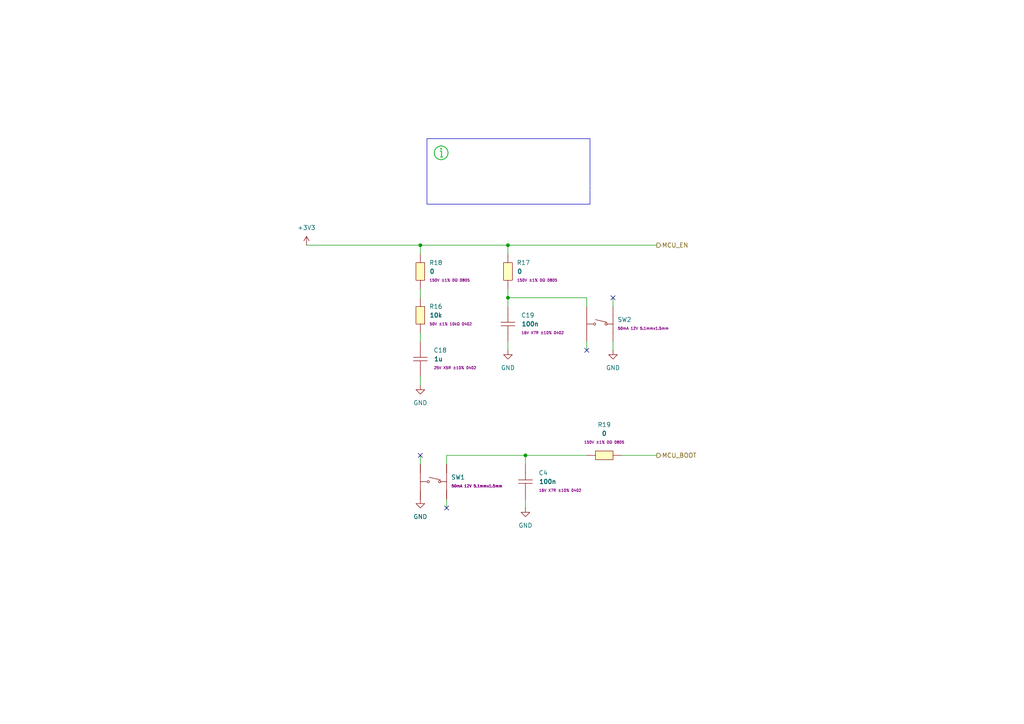
<source format=kicad_sch>
(kicad_sch (version 20231120) (generator "eeschema") (generator_version "8.0")
  (paper "A4")
  (lib_symbols
    (symbol "C_100nF_X7R_0402_1" (pin_numbers hide) (pin_names hide)
      (property "Reference" "C" (at 0 8.89 0))
      (property "Value" "100n" (at 0 6.35 0))
      (property "Extra Values" "16V X7R ±10% 0402" (at 0 3.81 0))
      (symbol "C_100nF_X7R_0402_1_0_1"
        (polyline (pts (xy -2.54 0) (xy -0.51 0)))
        (polyline (pts (xy -0.51 2.03) (xy -0.51 -2.03)))
        (polyline (pts (xy 0.51 0) (xy 2.54 0)))
        (polyline (pts (xy 0.51 2.03) (xy 0.51 -2.03)))
      )
      (symbol "C_100nF_X7R_0402_1_1_1"
        (pin passive line (at -5.08 0 0) (length 2.54) (name "1") (number "1"))
        (pin passive line (at 5.08 0 180) (length 2.54) (name "2") (number "2"))
      )
    )
    (symbol "LiveAstra:C_1uF_X5R_0402" (pin_numbers hide) (pin_names hide)
      (property "Reference" "C" (at 0 8.89 0))
      (property "Value" "1u" (at 0 6.35 0))
      (property "Extra Values" "25V X5R ±10% 0402" (at 0 3.81 0))
      (symbol "C_1uF_X5R_0402_0_1"
        (polyline (pts (xy -0.51 -2.03) (xy -0.51 2.03)))
        (polyline (pts (xy -0.51 0) (xy -2.54 0)))
        (polyline (pts (xy 0.51 2.03) (xy 0.51 -2.03)))
        (polyline (pts (xy 2.54 0) (xy 0.51 0)))
      )
      (symbol "C_1uF_X5R_0402_1_1"
        (pin passive line (at -5.08 0 0) (length 2.54) (name "1") (number "1"))
        (pin passive line (at 5.08 0 180) (length 2.54) (name "2") (number "2"))
      )
    )
    (symbol "LiveAstra:R_0Ohm_0805_125mW" (pin_numbers hide) (pin_names hide)
      (property "Reference" "R" (at 0 7.62 0))
      (property "Value" "0" (at 0 5.08 0))
      (property "Extra Values" "150V ±1% 0Ω 0805" (at 0 2.54 0))
      (symbol "R_0Ohm_0805_125mW_0_1"
        (rectangle (start -2.54 1.27) (end 2.54 -1.27) (fill (type background)))
      )
      (symbol "R_0Ohm_0805_125mW_1_1"
        (pin passive line (at -5.08 0 0) (length 2.54) (name "1") (number "1"))
        (pin passive line (at 5.08 0 180) (length 2.54) (name "2") (number "2"))
      )
    )
    (symbol "LiveAstra:R_10kOhm_0402_62mW" (pin_numbers hide) (pin_names hide)
      (property "Reference" "R" (at 0 7.62 0))
      (property "Value" "10k" (at 0 5.08 0))
      (property "Extra Values" "50V ±1% 10kΩ 0402" (at 0 2.54 0))
      (symbol "R_10kOhm_0402_62mW_0_1"
        (rectangle (start -2.54 1.27) (end 2.54 -1.27) (fill (type background)))
      )
      (symbol "R_10kOhm_0402_62mW_1_1"
        (pin passive line (at -5.08 0 0) (length 2.54) (name "1") (number "1"))
        (pin passive line (at 5.08 0 180) (length 2.54) (name "2") (number "2"))
      )
    )
    (symbol "LiveAstra:TS_Small_Basic" (pin_numbers hide) (pin_names hide)
      (property "Reference" "SW" (at 0 10.16 0))
      (property "Extra Values" "50mA 12V 5.1mmx1.5mm" (at 0 6.35 0))
      (symbol "TS_Small_Basic_0_1"
        (circle (center 0 -2.79) (radius 0.32))
        (polyline (pts (xy -2.54 -5.08) (xy 2.54 -5.08)))
        (polyline (pts (xy -2.54 2.54) (xy 2.54 2.54)))
        (polyline (pts (xy -0.51 0.76) (xy -1.27 -2.54)))
        (polyline (pts (xy 0 -3.3) (xy 0 -5.08)))
        (polyline (pts (xy 0 0.76) (xy 0 2.54)))
        (circle (center 0 0.51) (radius 0.32))
      )
      (symbol "TS_Small_Basic_1_1"
        (pin passive line (at -5.08 2.54 0) (length 2.54) (name "A") (number "1"))
        (pin passive line (at 5.08 2.54 180) (length 2.54) (name "B") (number "2"))
        (pin passive line (at -5.08 -5.08 0) (length 2.54) (name "C") (number "3"))
        (pin passive line (at 5.08 -5.08 180) (length 2.54) (name "D") (number "4"))
      )
    )
    (symbol "power:+3V3" (power) (pin_numbers hide) (pin_names (offset 0) hide)
      (property "Value" "+3V3" (at 0 3.556 0))
      (symbol "+3V3_0_1"
        (polyline (pts (xy -0.762 1.27) (xy 0 2.54)))
        (polyline (pts (xy 0 0) (xy 0 2.54)))
        (polyline (pts (xy 0 2.54) (xy 0.762 1.27)))
      )
      (symbol "+3V3_1_1"
        (pin power_in line (at 0 0 90) (length 0) (name "~") (number "1"))
      )
    )
    (symbol "power:GND" (power) (pin_numbers hide) (pin_names (offset 0) hide)
      (property "Value" "GND" (at 0 -3.81 0))
      (symbol "GND_0_1"
        (polyline (pts (xy 0 0) (xy 0 -1.27) (xy 1.27 -1.27) (xy 0 -2.54) (xy -1.27 -1.27) (xy 0 -1.27)))
      )
      (symbol "GND_1_1"
        (pin power_in line (at 0 0 270) (length 0) (name "~") (number "1"))
      )
    )
  )
  (junction (at 147.32 86.36))
  (junction (at 147.32 71.12))
  (junction (at 121.92 71.12))
  (junction (at 152.4 132.08))
  (no_connect (at 177.8 86.36))
  (no_connect (at 129.54 147.32))
  (no_connect (at 170.18 101.6))
  (no_connect (at 121.92 132.08))
  (wire (pts (xy 129.54 134.62) (xy 129.54 132.08)))
  (wire (pts (xy 152.4 132.08) (xy 170.18 132.08)))
  (wire (pts (xy 170.18 101.6) (xy 170.18 99.06)))
  (wire (pts (xy 147.32 86.36) (xy 147.32 88.9)))
  (wire (pts (xy 121.92 71.12) (xy 147.32 71.12)))
  (wire (pts (xy 147.32 86.36) (xy 170.18 86.36)))
  (wire (pts (xy 152.4 147.32) (xy 152.4 144.78)))
  (wire (pts (xy 129.54 147.32) (xy 129.54 144.78)))
  (wire (pts (xy 180.34 132.08) (xy 190.5 132.08)))
  (wire (pts (xy 147.32 71.12) (xy 190.5 71.12)))
  (wire (pts (xy 121.92 109.22) (xy 121.92 111.76)))
  (wire (pts (xy 147.32 83.82) (xy 147.32 86.36)))
  (wire (pts (xy 170.18 86.36) (xy 170.18 88.9)))
  (wire (pts (xy 147.32 73.66) (xy 147.32 71.12)))
  (wire (pts (xy 129.54 132.08) (xy 152.4 132.08)))
  (polyline (pts (xy 127.9467 42.22) (xy 127.9467 42.22)) (stroke (width -0.0001) (type solid)))
  (wire (pts (xy 152.4 132.08) (xy 152.4 134.62)))
  (wire (pts (xy 121.92 73.66) (xy 121.92 71.12)))
  (wire (pts (xy 88.9 71.12) (xy 121.92 71.12)))
  (wire (pts (xy 121.92 132.08) (xy 121.92 134.62)))
  (wire (pts (xy 121.92 96.52) (xy 121.92 99.06)))
  (wire (pts (xy 177.8 101.6) (xy 177.8 99.06)))
  (wire (pts (xy 121.92 86.36) (xy 121.92 83.82)))
  (wire (pts (xy 177.8 86.36) (xy 177.8 88.9)))
  (wire (pts (xy 147.32 101.6) (xy 147.32 99.06)))
  (polyline (pts (xy 127.9603 42.8818) (xy 127.9737 42.8828) (xy 127.987 42.8845) (xy 128 42.8868) (xy 128.0128 42.8898) (xy 128.0253 42.8934) (xy 128.0376 42.8975) (xy 128.0497 42.9023) (xy 128.0614 42.9075) (xy 128.0728 42.9134) (xy 128.0839 42.9198) (xy 128.0946 42.9266) (xy 128.105 42.934) (xy 128.115 42.9419) (xy 128.1246 42.9502) (xy 128.1338 42.959) (xy 128.1425 42.9681) (xy 128.1508 42.9777) (xy 128.1587 42.9877) (xy 128.1661 42.9981) (xy 128.1729 43.0088) (xy 128.1793 43.0199) (xy 128.1852 43.0313) (xy 128.1905 43.0431) (xy 128.1952 43.0551) (xy 128.1994 43.0674) (xy 128.2029 43.0799) (xy 128.2059 43.0927) (xy 128.2082 43.1057) (xy 128.2099 43.119) (xy 128.2109 43.1324) (xy 128.2112 43.146) (xy 128.2109 43.1597) (xy 128.2099 43.1731) (xy 128.2082 43.1863) (xy 128.2059 43.1994) (xy 128.2029 43.2122) (xy 128.1994 43.2247) (xy 128.1952 43.237) (xy 128.1905 43.249) (xy 128.1852 43.2607) (xy 128.1793 43.2722) (xy 128.1729 43.2832) (xy 128.1661 43.294) (xy 128.1587 43.3043) (xy 128.1508 43.3143) (xy 128.1425 43.3239) (xy 128.1338 43.3331) (xy 128.1246 43.3419) (xy 128.115 43.3502) (xy 128.105 43.3581) (xy 128.0946 43.3654) (xy 128.0839 43.3723) (xy 128.0728 43.3787) (xy 128.0614 43.3845) (xy 128.0497 43.3898) (xy 128.0376 43.3946) (xy 128.0253 43.3987) (xy 128.0128 43.4023) (xy 128 43.4052) (xy 127.987 43.4076) (xy 127.9737 43.4093) (xy 127.9603 43.4103) (xy 127.9467 43.4106) (xy 127.9331 43.4103) (xy 127.9196 43.4093) (xy 127.9064 43.4076) (xy 127.8933 43.4052) (xy 127.8805 43.4023) (xy 127.868 43.3987) (xy 127.8557 43.3946) (xy 127.8437 43.3898) (xy 127.832 43.3845) (xy 127.8206 43.3787) (xy 127.8095 43.3723) (xy 127.7987 43.3654) (xy 127.7884 43.3581) (xy 127.7784 43.3502) (xy 127.7688 43.3419) (xy 127.7596 43.3331) (xy 127.7508 43.3239) (xy 127.7425 43.3143) (xy 127.7346 43.3043) (xy 127.7273 43.294) (xy 127.7204 43.2832) (xy 127.714 43.2722) (xy 127.7082 43.2607) (xy 127.7029 43.249) (xy 127.6981 43.237) (xy 127.694 43.2247) (xy 127.6904 43.2122) (xy 127.6875 43.1994) (xy 127.6851 43.1863) (xy 127.6834 43.1731) (xy 127.6824 43.1597) (xy 127.6821 43.146) (xy 127.6824 43.1324) (xy 127.6834 43.119) (xy 127.6851 43.1057) (xy 127.6875 43.0927) (xy 127.6904 43.0799) (xy 127.694 43.0674) (xy 127.6981 43.0551) (xy 127.7029 43.0431) (xy 127.7082 43.0313) (xy 127.714 43.0199) (xy 127.7204 43.0088) (xy 127.7273 42.9981) (xy 127.7346 42.9877) (xy 127.7425 42.9777) (xy 127.7508 42.9681) (xy 127.7596 42.959) (xy 127.7688 42.9502) (xy 127.7784 42.9419) (xy 127.7884 42.934) (xy 127.7987 42.9266) (xy 127.8095 42.9198) (xy 127.8206 42.9134) (xy 127.832 42.9075) (xy 127.8437 42.9023) (xy 127.8557 42.8975) (xy 127.868 42.8934) (xy 127.8805 42.8898) (xy 127.8933 42.8868) (xy 127.9064 42.8845) (xy 127.9196 42.8828) (xy 127.9331 42.8818) (xy 127.9467 42.8815) (xy 127.9603 42.8818)) (stroke (width -0.0001) (type solid)) (fill (type color) (color 34 187 51 1)))
  (polyline (pts (xy 127.9598 43.6755) (xy 127.9728 43.6765) (xy 127.9857 43.6781) (xy 127.9985 43.6803) (xy 128.0112 43.6832) (xy 128.0236 43.6866) (xy 128.0359 43.6907) (xy 128.0479 43.6953) (xy 128.0597 43.7006) (xy 128.0713 43.7064) (xy 128.0825 43.7127) (xy 128.0935 43.7197) (xy 128.1041 43.7271) (xy 128.1143 43.7351) (xy 128.1242 43.7437) (xy 128.1338 43.7527) (xy 128.1428 43.7622) (xy 128.1513 43.7721) (xy 128.1593 43.7824) (xy 128.1668 43.793) (xy 128.1737 43.8039) (xy 128.1801 43.8152) (xy 128.1859 43.8267) (xy 128.1911 43.8385) (xy 128.1958 43.8506) (xy 128.1998 43.8628) (xy 128.2033 43.8753) (xy 128.2061 43.8879) (xy 128.2084 43.9007) (xy 128.21 43.9136) (xy 128.2109 43.9267) (xy 128.2112 43.9398) (xy 128.2112 45.395) (xy 128.4758 45.395) (xy 128.4758 45.6596) (xy 127.6821 45.6596) (xy 127.6821 45.395) (xy 127.9467 45.395) (xy 127.9467 43.9398) (xy 127.5498 43.9398) (xy 127.5498 43.6752) (xy 127.9467 43.6752) (xy 127.9598 43.6755)) (stroke (width -0.0001) (type solid)) (fill (type color) (color 34 187 51 1)))
  (rectangle (start 123.83 40.22) (end 171.1267 59.22))
  (polyline (pts (xy 128.0516 42.2226) (xy 128.1559 42.2304) (xy 128.2592 42.2432) (xy 128.3615 42.261) (xy 128.4626 42.2838) (xy 128.5623 42.3115) (xy 128.6604 42.3439) (xy 128.7567 42.3811) (xy 128.8511 42.4229) (xy 128.9434 42.4694) (xy 129.0334 42.5203) (xy 129.121 42.5756) (xy 129.206 42.6353) (xy 129.2881 42.6993) (xy 129.3673 42.7676) (xy 129.4434 42.84) (xy 129.5158 42.916) (xy 129.584 42.9952) (xy 129.648 43.0774) (xy 129.7077 43.1623) (xy 129.7631 43.2499) (xy 129.814 43.3399) (xy 129.8604 43.4323) (xy 129.9022 43.5267) (xy 129.9394 43.623) (xy 129.9718 43.7211) (xy 129.9995 43.8207) (xy 130.0223 43.9218) (xy 130.0401 44.0241) (xy 130.053 44.1275) (xy 130.0607 44.2317) (xy 130.0633 44.3367) (xy 130.0618 44.4167) (xy 130.0573 44.4961) (xy 130.0499 44.5749) (xy 130.0396 44.6531) (xy 130.0265 44.7304) (xy 130.0105 44.807) (xy 129.9918 44.8826) (xy 129.9704 44.9573) (xy 129.9463 45.031) (xy 129.9196 45.1036) (xy 129.8903 45.175) (xy 129.8584 45.2452) (xy 129.8241 45.3142) (xy 129.7873 45.3818) (xy 129.7482 45.4479) (xy 129.7066 45.5126) (xy 129.6627 45.5758) (xy 129.6166 45.6373) (xy 129.5682 45.6971) (xy 129.5177 45.7552) (xy 129.465 45.8115) (xy 129.4102 45.8659) (xy 129.3534 45.9184) (xy 129.2945 45.9688) (xy 129.2337 46.0172) (xy 129.171 46.0634) (xy 129.1064 46.1075) (xy 129.0399 46.1492) (xy 128.9717 46.1887) (xy 128.9017 46.2257) (xy 128.83 46.2602) (xy 128.7567 46.2922) (xy 128.6071 46.3477) (xy 128.4553 46.3914) (xy 128.302 46.4234) (xy 128.1477 46.4439) (xy 127.9931 46.4529) (xy 127.8389 46.4506) (xy 127.6855 46.4372) (xy 127.5337 46.4127) (xy 127.3841 46.3772) (xy 127.2373 46.331) (xy 127.0939 46.274) (xy 126.9545 46.2065) (xy 126.8198 46.1286) (xy 126.6904 46.0403) (xy 126.5669 45.9419) (xy 126.45 45.8334) (xy 126.3414 45.7164) (xy 126.243 45.5929) (xy 126.1547 45.4635) (xy 126.0768 45.3288) (xy 126.0093 45.1894) (xy 125.9524 45.046) (xy 125.9061 44.8992) (xy 125.8707 44.7496) (xy 125.8462 44.5978) (xy 125.8327 44.4445) (xy 125.8317 44.3773) (xy 126.095 44.3773) (xy 126.1029 44.5126) (xy 126.1208 44.6476) (xy 126.1488 44.7817) (xy 126.187 44.9145) (xy 126.2356 45.0454) (xy 126.2938 45.1723) (xy 126.3607 45.2933) (xy 126.4357 45.4079) (xy 126.5185 45.516) (xy 126.6086 45.6173) (xy 126.7054 45.7113) (xy 126.8086 45.7979) (xy 126.9177 45.8766) (xy 127.0322 45.9473) (xy 127.1517 46.0095) (xy 127.2756 46.063) (xy 127.4036 46.1074) (xy 127.5352 46.1425) (xy 127.6698 46.168) (xy 127.8072 46.1835) (xy 127.9467 46.1887) (xy 128.0385 46.1865) (xy 128.1297 46.1797) (xy 128.2202 46.1685) (xy 128.3097 46.1528) (xy 128.3981 46.1329) (xy 128.4853 46.1087) (xy 128.5711 46.0803) (xy 128.6554 46.0478) (xy 128.738 46.0112) (xy 128.8188 45.9706) (xy 128.8976 45.926) (xy 128.9742 45.8776) (xy 129.0485 45.8253) (xy 129.1204 45.7693) (xy 129.1897 45.7096) (xy 129.2563 45.6463) (xy 129.3196 45.5797) (xy 129.3793 45.5104) (xy 129.4353 45.4385) (xy 129.4876 45.3642) (xy 129.536 45.2876) (xy 129.5806 45.2088) (xy 129.6212 45.128) (xy 129.6578 45.0454) (xy 129.6903 44.9611) (xy 129.7187 44.8753) (xy 129.7429 44.7881) (xy 129.7628 44.6997) (xy 129.7785 44.6102) (xy 129.7897 44.5197) (xy 129.7965 44.4285) (xy 129.7987 44.3367) (xy 129.7974 44.2667) (xy 129.7935 44.1972) (xy 129.787 44.1282) (xy 129.778 44.0598) (xy 129.7665 43.9921) (xy 129.7525 43.9252) (xy 129.7362 43.859) (xy 129.7174 43.7936) (xy 129.6963 43.7291) (xy 129.673 43.6656) (xy 129.6473 43.6031) (xy 129.6195 43.5417) (xy 129.5894 43.4813) (xy 129.5573 43.4222) (xy 129.523 43.3643) (xy 129.4866 43.3077) (xy 129.4482 43.2525) (xy 129.4079 43.1986) (xy 129.3655 43.1463) (xy 129.3213 43.0954) (xy 129.2752 43.0462) (xy 129.2273 42.9986) (xy 129.1775 42.9527) (xy 129.126 42.9085) (xy 129.0728 42.8662) (xy 129.0179 42.8257) (xy 128.9614 42.7872) (xy 128.9033 42.7507) (xy 128.8436 42.7162) (xy 128.7823 42.6838) (xy 128.7196 42.6536) (xy 128.6554 42.6256) (xy 128.5245 42.577) (xy 128.3917 42.5388) (xy 128.2576 42.5108) (xy 128.1226 42.4929) (xy 127.9873 42.485) (xy 127.8523 42.487) (xy 127.7182 42.4987) (xy 127.5853 42.5202) (xy 127.4544 42.5512) (xy 127.326 42.5917) (xy 127.2005 42.6415) (xy 127.0786 42.7005) (xy 126.9607 42.7687) (xy 126.8475 42.846) (xy 126.7394 42.9321) (xy 126.637 43.027) (xy 126.5421 43.1294) (xy 126.456 43.2375) (xy 126.3787 43.3507) (xy 126.3105 43.4686) (xy 126.2515 43.5905) (xy 126.2017 43.716) (xy 126.1612 43.8444) (xy 126.1302 43.9753) (xy 126.1087 44.1082) (xy 126.097 44.2423) (xy 126.095 44.3773) (xy 125.8317 44.3773) (xy 125.8304 44.2902) (xy 125.8395 44.1356) (xy 125.8599 43.9814) (xy 125.8919 43.828) (xy 125.9356 43.6763) (xy 125.9911 43.5267) (xy 126.0577 43.3816) (xy 126.1341 43.2434) (xy 126.2199 43.1124) (xy 126.3145 42.9888) (xy 126.4174 42.8731) (xy 126.5281 42.7656) (xy 126.646 42.6667) (xy 126.7707 42.5767) (xy 126.9016 42.496) (xy 127.0381 42.4249) (xy 127.1797 42.3637) (xy 127.326 42.3129) (xy 127.4764 42.2728) (xy 127.6303 42.2437) (xy 127.7872 42.226) (xy 127.9467 42.22) (xy 128.0516 42.2226)) (stroke (width -0.0001) (type solid)) (fill (type color) (color 34 187 51 1)))
  (text "Information" (at 132.08 45.72 0) (effects (font (size 3 3)) (justify left)))
  (text "To ensure that the power supply to the \nESP32-S3 chip is stable during power-up, it is\nadvised to add an RC delay circuit at the EN pin." (at 125.83 49.47 0) (effects (font (size 1.5 1.5)) (justify left top)))
  (hierarchical_label "MCU_EN" (shape output) (at 190.5 71.12 0))
  (hierarchical_label "MCU_BOOT" (shape output) (at 190.5 132.08 0))
  (symbol (lib_name "C_100nF_X7R_0402_1") (lib_id "LiveAstra:C_100nF_X7R_0402") (at 147.32 93.98 90) (unit 1)
    (property "Reference" "C19" (at 151.13 91.4399 90) (effects (justify right)))
    (property "Value" "100n" (at 151.13 93.98 90) (effects (font (bold yes)) (justify right)))
    (property "Footprint" "LiveAstra:C0402" (effects (hide yes)))
    (property "Datasheet" "https://wmsc.lcsc.com/wmsc/upload/file/pdf/v2/lcsc/2304140030_Samsung-Electro-Mechanics-CL05B104KO5NNNC_C1525.pdf" (effects (hide yes)))
    (property "Description" "Multilayer Ceramic Capacitor" (effects (hide yes)))
    (property "LCSC Part" "C1525" (effects (hide yes)))
    (property "Extra Values" "16V X7R ±10% 0402" (at 151.13 96.5199 90) (effects (font (size 0.762 0.762) (bold yes)) (justify right)))
  )
  (symbol (lib_id "LiveAstra:R_0Ohm_0805_125mW") (at 147.32 78.74 90) (unit 1)
    (property "Reference" "R17" (at 149.86 76.1999 90) (effects (justify right)))
    (property "Value" "0" (at 149.86 78.74 90) (effects (font (bold yes)) (justify right)))
    (property "Footprint" "LiveAstra:R0805" (effects (hide yes)))
    (property "Datasheet" "https://lcsc.com/product-detail/Chip-Resistor-Surface-Mount-UniOhm_0R-0R0-1_C17477.html" (effects (hide yes)))
    (property "Description" "Thick Film Resistors" (effects (hide yes)))
    (property "LCSC Part" "C17477" (effects (hide yes)))
    (property "Extra Values" "150V ±1% 0Ω 0805" (at 149.86 81.2799 90) (effects (font (size 0.762 0.762) (bold yes)) (justify right)))
  )
  (symbol (lib_id "power:GND") (at 121.92 144.78 0) (unit 1)
    (property "Reference" "#PWR076" (effects (hide yes)))
    (property "Value" "GND" (at 121.92 149.86 0))
    (property "Description" "Power symbol creates a global label with name \"GND\" , ground" (effects (hide yes)))
  )
  (symbol (lib_id "power:GND") (at 147.32 101.6 0) (unit 1)
    (property "Reference" "#PWR055" (effects (hide yes)))
    (property "Value" "GND" (at 147.32 106.68 0))
    (property "Description" "Power symbol creates a global label with name \"GND\" , ground" (effects (hide yes)))
  )
  (symbol (lib_id "power:+3V3") (at 88.9 71.12 0) (unit 1)
    (property "Reference" "#PWR053" (effects (hide yes)))
    (property "Value" "+3V3" (at 88.9 66.04 0))
    (property "Description" "Power symbol creates a global label with name \"+3V3\"" (effects (hide yes)))
  )
  (symbol (lib_id "LiveAstra:R_0Ohm_0805_125mW") (at 175.26 132.08 180) (unit 1)
    (property "Reference" "R19" (at 175.26 123.19 0))
    (property "Value" "0" (at 175.26 125.73 0) (effects (font (bold yes))))
    (property "Footprint" "LiveAstra:R0805" (effects (hide yes)))
    (property "Datasheet" "https://lcsc.com/product-detail/Chip-Resistor-Surface-Mount-UniOhm_0R-0R0-1_C17477.html" (effects (hide yes)))
    (property "Description" "Thick Film Resistors" (effects (hide yes)))
    (property "LCSC Part" "C17477" (effects (hide yes)))
    (property "Extra Values" "150V ±1% 0Ω 0805" (at 175.26 128.27 0) (effects (font (size 0.762 0.762) (bold yes))))
  )
  (symbol (lib_id "LiveAstra:R_0Ohm_0805_125mW") (at 121.92 78.74 90) (unit 1)
    (property "Reference" "R18" (at 124.46 76.1999 90) (effects (justify right)))
    (property "Value" "0" (at 124.46 78.74 90) (effects (font (bold yes)) (justify right)))
    (property "Footprint" "LiveAstra:R0805" (effects (hide yes)))
    (property "Datasheet" "https://lcsc.com/product-detail/Chip-Resistor-Surface-Mount-UniOhm_0R-0R0-1_C17477.html" (effects (hide yes)))
    (property "Description" "Thick Film Resistors" (effects (hide yes)))
    (property "LCSC Part" "C17477" (effects (hide yes)))
    (property "Extra Values" "150V ±1% 0Ω 0805" (at 124.46 81.2799 90) (effects (font (size 0.762 0.762) (bold yes)) (justify right)))
  )
  (symbol (lib_id "power:GND") (at 152.4 147.32 0) (unit 1)
    (property "Reference" "#PWR075" (effects (hide yes)))
    (property "Value" "GND" (at 152.4 152.4 0))
    (property "Description" "Power symbol creates a global label with name \"GND\" , ground" (effects (hide yes)))
  )
  (symbol (lib_id "power:GND") (at 177.8 101.6 0) (unit 1)
    (property "Reference" "#PWR056" (effects (hide yes)))
    (property "Value" "GND" (at 177.8 106.68 0))
    (property "Description" "Power symbol creates a global label with name \"GND\" , ground" (effects (hide yes)))
  )
  (symbol (lib_id "LiveAstra:R_10kOhm_0402_62mW") (at 121.92 91.44 90) (unit 1)
    (property "Reference" "R16" (at 124.46 88.8999 90) (effects (justify right)))
    (property "Value" "10k" (at 124.46 91.44 90) (effects (font (bold yes)) (justify right)))
    (property "Footprint" "LiveAstra:R0402" (effects (hide yes)))
    (property "Datasheet" "https://wmsc.lcsc.com/wmsc/upload/file/pdf/v2/lcsc/2206010100_UNI-ROYAL-Uniroyal-Elec-0402WGF1002TCE_C25744.pdf" (effects (hide yes)))
    (property "Description" "Thick Film Resistors" (effects (hide yes)))
    (property "LCSC Part" "C25744" (effects (hide yes)))
    (property "Extra Values" "50V ±1% 10kΩ 0402" (at 124.46 93.9799 90) (effects (font (size 0.762 0.762) (bold yes)) (justify right)))
  )
  (symbol (lib_id "LiveAstra:TS_Small_Basic") (at 175.26 93.98 270) (unit 1)
    (property "Reference" "SW2" (at 179.07 92.7099 90) (effects (justify left)))
    (property "Value" "TS_Basic_Small" (effects (hide yes)))
    (property "Footprint" "LiveAstra:SW-SMD_4P-L5.1-W5.1-P3.70-LS6.5-TL-2" (effects (hide yes)))
    (property "Datasheet" "https://lcsc.com/product-detail/Tactile-Switches_XKB-Enterprise-TS-1187-B-A-A_C318884.html" (effects (hide yes)))
    (property "Description" "50mA 5.1mm 100,000 Times 160gf 12V 5.1mm 1.5mm Round Button Brick nogging SPST SMD Tactile Switches ROHS" (effects (hide yes)))
    (property "LCSC Part" "C318884" (effects (hide yes)))
    (property "Extra Values" "50mA 12V 5.1mmx1.5mm" (at 179.07 95.2499 90) (effects (font (size 0.762 0.762) (bold yes)) (justify left)))
  )
  (symbol (lib_name "C_100nF_X7R_0402_1") (lib_id "LiveAstra:C_100nF_X7R_0402") (at 152.4 139.7 270) (unit 1)
    (property "Reference" "C4" (at 156.21 137.1599 90) (effects (justify left)))
    (property "Value" "100n" (at 156.21 139.7 90) (effects (font (bold yes)) (justify left)))
    (property "Footprint" "LiveAstra:C0402" (effects (hide yes)))
    (property "Datasheet" "https://wmsc.lcsc.com/wmsc/upload/file/pdf/v2/lcsc/2304140030_Samsung-Electro-Mechanics-CL05B104KO5NNNC_C1525.pdf" (effects (hide yes)))
    (property "Description" "Multilayer Ceramic Capacitor" (effects (hide yes)))
    (property "LCSC Part" "C1525" (effects (hide yes)))
    (property "Extra Values" "16V X7R ±10% 0402" (at 156.21 142.2399 90) (effects (font (size 0.762 0.762) (bold yes)) (justify left)))
  )
  (symbol (lib_id "power:GND") (at 121.92 111.76 0) (unit 1)
    (property "Reference" "#PWR054" (effects (hide yes)))
    (property "Value" "GND" (at 121.92 116.84 0))
    (property "Description" "Power symbol creates a global label with name \"GND\" , ground" (effects (hide yes)))
  )
  (symbol (lib_id "LiveAstra:C_1uF_X5R_0402") (at 121.92 104.14 90) (unit 1)
    (property "Reference" "C18" (at 125.73 101.5999 90) (effects (justify right)))
    (property "Value" "1u" (at 125.73 104.14 90) (effects (font (bold yes)) (justify right)))
    (property "Footprint" "LiveAstra:C0402" (effects (hide yes)))
    (property "Datasheet" "https://lcsc.com/product-detail/Multilayer-Ceramic-Capacitors-MLCC-SMD-SMT_SAMSUNG_CL05A105KA5NQNC_1uF-105-10-25V_C52923.html" (effects (hide yes)))
    (property "Description" "Multilayer Ceramic Capacitor" (effects (hide yes)))
    (property "LCSC Part" "C52923" (effects (hide yes)))
    (property "Extra Values" "25V X5R ±10% 0402" (at 125.73 106.6799 90) (effects (font (size 0.762 0.762) (bold yes)) (justify right)))
  )
  (symbol (lib_id "LiveAstra:TS_Small_Basic") (at 127 139.7 270) (unit 1)
    (property "Reference" "SW1" (at 130.81 138.4299 90) (effects (justify left)))
    (property "Value" "TS_Basic_Small" (effects (hide yes)))
    (property "Footprint" "LiveAstra:SW-SMD_4P-L5.1-W5.1-P3.70-LS6.5-TL-2" (effects (hide yes)))
    (property "Datasheet" "https://lcsc.com/product-detail/Tactile-Switches_XKB-Enterprise-TS-1187-B-A-A_C318884.html" (effects (hide yes)))
    (property "Description" "50mA 5.1mm 100,000 Times 160gf 12V 5.1mm 1.5mm Round Button Brick nogging SPST SMD Tactile Switches ROHS" (effects (hide yes)))
    (property "LCSC Part" "C318884" (effects (hide yes)))
    (property "Extra Values" "50mA 12V 5.1mmx1.5mm" (at 130.81 140.9699 90) (effects (font (size 0.762 0.762) (bold yes)) (justify left)))
  )
)
</source>
